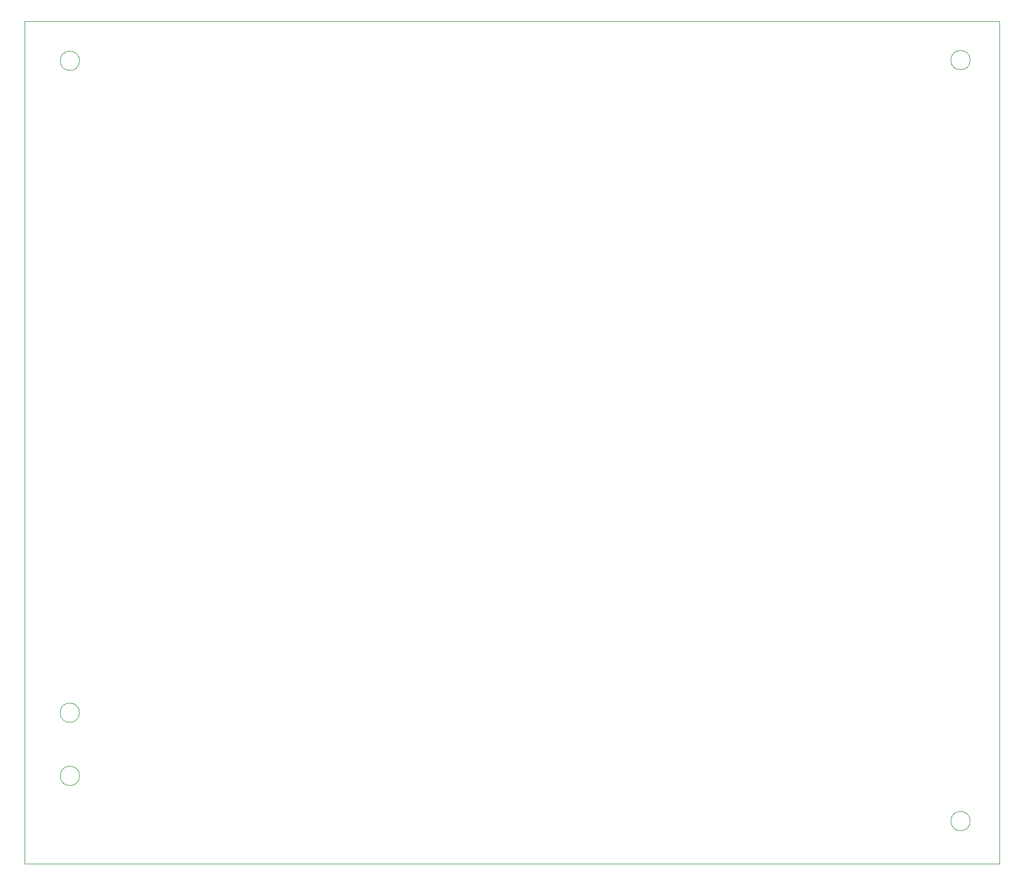
<source format=gm1>
G04 #@! TF.FileFunction,Profile,NP*
%FSLAX46Y46*%
G04 Gerber Fmt 4.6, Leading zero omitted, Abs format (unit mm)*
G04 Created by KiCad (PCBNEW 4.0.7-e2-6376~60~ubuntu17.10.1) date Wed Nov  8 13:38:44 2017*
%MOMM*%
%LPD*%
G01*
G04 APERTURE LIST*
%ADD10C,0.100000*%
G04 APERTURE END LIST*
D10*
X174000000Y-148600000D02*
X174000000Y-148000000D01*
X23000000Y-148600000D02*
X174000000Y-148600000D01*
X23000000Y-148000000D02*
X23000000Y-148600000D01*
X23000000Y-18000000D02*
X23000000Y-148000000D01*
X24000000Y-18000000D02*
X23000000Y-18000000D01*
X174000000Y-148000000D02*
X174000000Y-18000000D01*
X24000000Y-18000000D02*
X174000000Y-18000000D01*
X31480000Y-125200000D02*
G75*
G03X31480000Y-125200000I-1500000J0D01*
G01*
X31500000Y-24100000D02*
G75*
G03X31500000Y-24100000I-1500000J0D01*
G01*
X31500000Y-135000000D02*
G75*
G03X31500000Y-135000000I-1500000J0D01*
G01*
X169500000Y-142000000D02*
G75*
G03X169500000Y-142000000I-1500000J0D01*
G01*
X169500000Y-24000000D02*
G75*
G03X169500000Y-24000000I-1500000J0D01*
G01*
M02*

</source>
